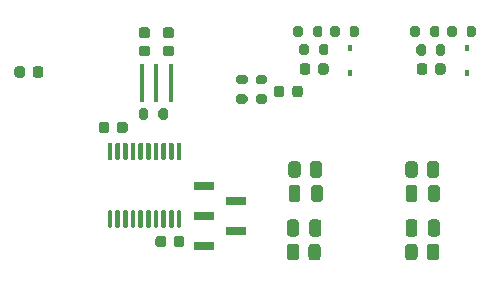
<source format=gbr>
%TF.GenerationSoftware,KiCad,Pcbnew,(5.1.10)-1*%
%TF.CreationDate,2022-01-18T17:52:15+07:00*%
%TF.ProjectId,Power_manager_v3,506f7765-725f-46d6-916e-616765725f76,rev?*%
%TF.SameCoordinates,Original*%
%TF.FileFunction,Paste,Top*%
%TF.FilePolarity,Positive*%
%FSLAX46Y46*%
G04 Gerber Fmt 4.6, Leading zero omitted, Abs format (unit mm)*
G04 Created by KiCad (PCBNEW (5.1.10)-1) date 2022-01-18 17:52:15*
%MOMM*%
%LPD*%
G01*
G04 APERTURE LIST*
%ADD10R,1.800000X0.650000*%
%ADD11R,0.400000X3.200000*%
%ADD12R,0.450000X0.600000*%
G04 APERTURE END LIST*
D10*
%TO.C,J5*%
X99238000Y-89078000D03*
X99238000Y-91618000D03*
X99238000Y-94158000D03*
X101938000Y-90348000D03*
X101938000Y-92888000D03*
%TD*%
%TO.C,C17*%
G36*
G01*
X91829000Y-84375000D02*
X91829000Y-83875000D01*
G75*
G02*
X92054000Y-83650000I225000J0D01*
G01*
X92504000Y-83650000D01*
G75*
G02*
X92729000Y-83875000I0J-225000D01*
G01*
X92729000Y-84375000D01*
G75*
G02*
X92504000Y-84600000I-225000J0D01*
G01*
X92054000Y-84600000D01*
G75*
G02*
X91829000Y-84375000I0J225000D01*
G01*
G37*
G36*
G01*
X90279000Y-84375000D02*
X90279000Y-83875000D01*
G75*
G02*
X90504000Y-83650000I225000J0D01*
G01*
X90954000Y-83650000D01*
G75*
G02*
X91179000Y-83875000I0J-225000D01*
G01*
X91179000Y-84375000D01*
G75*
G02*
X90954000Y-84600000I-225000J0D01*
G01*
X90504000Y-84600000D01*
G75*
G02*
X90279000Y-84375000I0J225000D01*
G01*
G37*
%TD*%
%TO.C,R25*%
G36*
G01*
X104339000Y-80462000D02*
X103789000Y-80462000D01*
G75*
G02*
X103589000Y-80262000I0J200000D01*
G01*
X103589000Y-79862000D01*
G75*
G02*
X103789000Y-79662000I200000J0D01*
G01*
X104339000Y-79662000D01*
G75*
G02*
X104539000Y-79862000I0J-200000D01*
G01*
X104539000Y-80262000D01*
G75*
G02*
X104339000Y-80462000I-200000J0D01*
G01*
G37*
G36*
G01*
X104339000Y-82112000D02*
X103789000Y-82112000D01*
G75*
G02*
X103589000Y-81912000I0J200000D01*
G01*
X103589000Y-81512000D01*
G75*
G02*
X103789000Y-81312000I200000J0D01*
G01*
X104339000Y-81312000D01*
G75*
G02*
X104539000Y-81512000I0J-200000D01*
G01*
X104539000Y-81912000D01*
G75*
G02*
X104339000Y-82112000I-200000J0D01*
G01*
G37*
%TD*%
%TO.C,R23*%
G36*
G01*
X102138000Y-81311000D02*
X102688000Y-81311000D01*
G75*
G02*
X102888000Y-81511000I0J-200000D01*
G01*
X102888000Y-81911000D01*
G75*
G02*
X102688000Y-82111000I-200000J0D01*
G01*
X102138000Y-82111000D01*
G75*
G02*
X101938000Y-81911000I0J200000D01*
G01*
X101938000Y-81511000D01*
G75*
G02*
X102138000Y-81311000I200000J0D01*
G01*
G37*
G36*
G01*
X102138000Y-79661000D02*
X102688000Y-79661000D01*
G75*
G02*
X102888000Y-79861000I0J-200000D01*
G01*
X102888000Y-80261000D01*
G75*
G02*
X102688000Y-80461000I-200000J0D01*
G01*
X102138000Y-80461000D01*
G75*
G02*
X101938000Y-80261000I0J200000D01*
G01*
X101938000Y-79861000D01*
G75*
G02*
X102138000Y-79661000I200000J0D01*
G01*
G37*
%TD*%
%TO.C,C15*%
G36*
G01*
X96642000Y-94027000D02*
X96642000Y-93527000D01*
G75*
G02*
X96867000Y-93302000I225000J0D01*
G01*
X97317000Y-93302000D01*
G75*
G02*
X97542000Y-93527000I0J-225000D01*
G01*
X97542000Y-94027000D01*
G75*
G02*
X97317000Y-94252000I-225000J0D01*
G01*
X96867000Y-94252000D01*
G75*
G02*
X96642000Y-94027000I0J225000D01*
G01*
G37*
G36*
G01*
X95092000Y-94027000D02*
X95092000Y-93527000D01*
G75*
G02*
X95317000Y-93302000I225000J0D01*
G01*
X95767000Y-93302000D01*
G75*
G02*
X95992000Y-93527000I0J-225000D01*
G01*
X95992000Y-94027000D01*
G75*
G02*
X95767000Y-94252000I-225000J0D01*
G01*
X95317000Y-94252000D01*
G75*
G02*
X95092000Y-94027000I0J225000D01*
G01*
G37*
%TD*%
%TO.C,C7*%
G36*
G01*
X106662000Y-81327000D02*
X106662000Y-80827000D01*
G75*
G02*
X106887000Y-80602000I225000J0D01*
G01*
X107337000Y-80602000D01*
G75*
G02*
X107562000Y-80827000I0J-225000D01*
G01*
X107562000Y-81327000D01*
G75*
G02*
X107337000Y-81552000I-225000J0D01*
G01*
X106887000Y-81552000D01*
G75*
G02*
X106662000Y-81327000I0J225000D01*
G01*
G37*
G36*
G01*
X105112000Y-81327000D02*
X105112000Y-80827000D01*
G75*
G02*
X105337000Y-80602000I225000J0D01*
G01*
X105787000Y-80602000D01*
G75*
G02*
X106012000Y-80827000I0J-225000D01*
G01*
X106012000Y-81327000D01*
G75*
G02*
X105787000Y-81552000I-225000J0D01*
G01*
X105337000Y-81552000D01*
G75*
G02*
X105112000Y-81327000I0J225000D01*
G01*
G37*
%TD*%
D11*
%TO.C,Y1*%
X93974000Y-80315000D03*
X95174000Y-80315000D03*
X96374000Y-80315000D03*
%TD*%
%TO.C,U5*%
G36*
G01*
X96987000Y-91134500D02*
X97187000Y-91134500D01*
G75*
G02*
X97287000Y-91234500I0J-100000D01*
G01*
X97287000Y-92509500D01*
G75*
G02*
X97187000Y-92609500I-100000J0D01*
G01*
X96987000Y-92609500D01*
G75*
G02*
X96887000Y-92509500I0J100000D01*
G01*
X96887000Y-91234500D01*
G75*
G02*
X96987000Y-91134500I100000J0D01*
G01*
G37*
G36*
G01*
X96337000Y-91134500D02*
X96537000Y-91134500D01*
G75*
G02*
X96637000Y-91234500I0J-100000D01*
G01*
X96637000Y-92509500D01*
G75*
G02*
X96537000Y-92609500I-100000J0D01*
G01*
X96337000Y-92609500D01*
G75*
G02*
X96237000Y-92509500I0J100000D01*
G01*
X96237000Y-91234500D01*
G75*
G02*
X96337000Y-91134500I100000J0D01*
G01*
G37*
G36*
G01*
X95687000Y-91134500D02*
X95887000Y-91134500D01*
G75*
G02*
X95987000Y-91234500I0J-100000D01*
G01*
X95987000Y-92509500D01*
G75*
G02*
X95887000Y-92609500I-100000J0D01*
G01*
X95687000Y-92609500D01*
G75*
G02*
X95587000Y-92509500I0J100000D01*
G01*
X95587000Y-91234500D01*
G75*
G02*
X95687000Y-91134500I100000J0D01*
G01*
G37*
G36*
G01*
X95037000Y-91134500D02*
X95237000Y-91134500D01*
G75*
G02*
X95337000Y-91234500I0J-100000D01*
G01*
X95337000Y-92509500D01*
G75*
G02*
X95237000Y-92609500I-100000J0D01*
G01*
X95037000Y-92609500D01*
G75*
G02*
X94937000Y-92509500I0J100000D01*
G01*
X94937000Y-91234500D01*
G75*
G02*
X95037000Y-91134500I100000J0D01*
G01*
G37*
G36*
G01*
X94387000Y-91134500D02*
X94587000Y-91134500D01*
G75*
G02*
X94687000Y-91234500I0J-100000D01*
G01*
X94687000Y-92509500D01*
G75*
G02*
X94587000Y-92609500I-100000J0D01*
G01*
X94387000Y-92609500D01*
G75*
G02*
X94287000Y-92509500I0J100000D01*
G01*
X94287000Y-91234500D01*
G75*
G02*
X94387000Y-91134500I100000J0D01*
G01*
G37*
G36*
G01*
X93737000Y-91134500D02*
X93937000Y-91134500D01*
G75*
G02*
X94037000Y-91234500I0J-100000D01*
G01*
X94037000Y-92509500D01*
G75*
G02*
X93937000Y-92609500I-100000J0D01*
G01*
X93737000Y-92609500D01*
G75*
G02*
X93637000Y-92509500I0J100000D01*
G01*
X93637000Y-91234500D01*
G75*
G02*
X93737000Y-91134500I100000J0D01*
G01*
G37*
G36*
G01*
X93087000Y-91134500D02*
X93287000Y-91134500D01*
G75*
G02*
X93387000Y-91234500I0J-100000D01*
G01*
X93387000Y-92509500D01*
G75*
G02*
X93287000Y-92609500I-100000J0D01*
G01*
X93087000Y-92609500D01*
G75*
G02*
X92987000Y-92509500I0J100000D01*
G01*
X92987000Y-91234500D01*
G75*
G02*
X93087000Y-91134500I100000J0D01*
G01*
G37*
G36*
G01*
X92437000Y-91134500D02*
X92637000Y-91134500D01*
G75*
G02*
X92737000Y-91234500I0J-100000D01*
G01*
X92737000Y-92509500D01*
G75*
G02*
X92637000Y-92609500I-100000J0D01*
G01*
X92437000Y-92609500D01*
G75*
G02*
X92337000Y-92509500I0J100000D01*
G01*
X92337000Y-91234500D01*
G75*
G02*
X92437000Y-91134500I100000J0D01*
G01*
G37*
G36*
G01*
X91787000Y-91134500D02*
X91987000Y-91134500D01*
G75*
G02*
X92087000Y-91234500I0J-100000D01*
G01*
X92087000Y-92509500D01*
G75*
G02*
X91987000Y-92609500I-100000J0D01*
G01*
X91787000Y-92609500D01*
G75*
G02*
X91687000Y-92509500I0J100000D01*
G01*
X91687000Y-91234500D01*
G75*
G02*
X91787000Y-91134500I100000J0D01*
G01*
G37*
G36*
G01*
X91137000Y-91134500D02*
X91337000Y-91134500D01*
G75*
G02*
X91437000Y-91234500I0J-100000D01*
G01*
X91437000Y-92509500D01*
G75*
G02*
X91337000Y-92609500I-100000J0D01*
G01*
X91137000Y-92609500D01*
G75*
G02*
X91037000Y-92509500I0J100000D01*
G01*
X91037000Y-91234500D01*
G75*
G02*
X91137000Y-91134500I100000J0D01*
G01*
G37*
G36*
G01*
X91137000Y-85409500D02*
X91337000Y-85409500D01*
G75*
G02*
X91437000Y-85509500I0J-100000D01*
G01*
X91437000Y-86784500D01*
G75*
G02*
X91337000Y-86884500I-100000J0D01*
G01*
X91137000Y-86884500D01*
G75*
G02*
X91037000Y-86784500I0J100000D01*
G01*
X91037000Y-85509500D01*
G75*
G02*
X91137000Y-85409500I100000J0D01*
G01*
G37*
G36*
G01*
X91787000Y-85409500D02*
X91987000Y-85409500D01*
G75*
G02*
X92087000Y-85509500I0J-100000D01*
G01*
X92087000Y-86784500D01*
G75*
G02*
X91987000Y-86884500I-100000J0D01*
G01*
X91787000Y-86884500D01*
G75*
G02*
X91687000Y-86784500I0J100000D01*
G01*
X91687000Y-85509500D01*
G75*
G02*
X91787000Y-85409500I100000J0D01*
G01*
G37*
G36*
G01*
X92437000Y-85409500D02*
X92637000Y-85409500D01*
G75*
G02*
X92737000Y-85509500I0J-100000D01*
G01*
X92737000Y-86784500D01*
G75*
G02*
X92637000Y-86884500I-100000J0D01*
G01*
X92437000Y-86884500D01*
G75*
G02*
X92337000Y-86784500I0J100000D01*
G01*
X92337000Y-85509500D01*
G75*
G02*
X92437000Y-85409500I100000J0D01*
G01*
G37*
G36*
G01*
X93087000Y-85409500D02*
X93287000Y-85409500D01*
G75*
G02*
X93387000Y-85509500I0J-100000D01*
G01*
X93387000Y-86784500D01*
G75*
G02*
X93287000Y-86884500I-100000J0D01*
G01*
X93087000Y-86884500D01*
G75*
G02*
X92987000Y-86784500I0J100000D01*
G01*
X92987000Y-85509500D01*
G75*
G02*
X93087000Y-85409500I100000J0D01*
G01*
G37*
G36*
G01*
X93737000Y-85409500D02*
X93937000Y-85409500D01*
G75*
G02*
X94037000Y-85509500I0J-100000D01*
G01*
X94037000Y-86784500D01*
G75*
G02*
X93937000Y-86884500I-100000J0D01*
G01*
X93737000Y-86884500D01*
G75*
G02*
X93637000Y-86784500I0J100000D01*
G01*
X93637000Y-85509500D01*
G75*
G02*
X93737000Y-85409500I100000J0D01*
G01*
G37*
G36*
G01*
X94387000Y-85409500D02*
X94587000Y-85409500D01*
G75*
G02*
X94687000Y-85509500I0J-100000D01*
G01*
X94687000Y-86784500D01*
G75*
G02*
X94587000Y-86884500I-100000J0D01*
G01*
X94387000Y-86884500D01*
G75*
G02*
X94287000Y-86784500I0J100000D01*
G01*
X94287000Y-85509500D01*
G75*
G02*
X94387000Y-85409500I100000J0D01*
G01*
G37*
G36*
G01*
X95037000Y-85409500D02*
X95237000Y-85409500D01*
G75*
G02*
X95337000Y-85509500I0J-100000D01*
G01*
X95337000Y-86784500D01*
G75*
G02*
X95237000Y-86884500I-100000J0D01*
G01*
X95037000Y-86884500D01*
G75*
G02*
X94937000Y-86784500I0J100000D01*
G01*
X94937000Y-85509500D01*
G75*
G02*
X95037000Y-85409500I100000J0D01*
G01*
G37*
G36*
G01*
X95687000Y-85409500D02*
X95887000Y-85409500D01*
G75*
G02*
X95987000Y-85509500I0J-100000D01*
G01*
X95987000Y-86784500D01*
G75*
G02*
X95887000Y-86884500I-100000J0D01*
G01*
X95687000Y-86884500D01*
G75*
G02*
X95587000Y-86784500I0J100000D01*
G01*
X95587000Y-85509500D01*
G75*
G02*
X95687000Y-85409500I100000J0D01*
G01*
G37*
G36*
G01*
X96337000Y-85409500D02*
X96537000Y-85409500D01*
G75*
G02*
X96637000Y-85509500I0J-100000D01*
G01*
X96637000Y-86784500D01*
G75*
G02*
X96537000Y-86884500I-100000J0D01*
G01*
X96337000Y-86884500D01*
G75*
G02*
X96237000Y-86784500I0J100000D01*
G01*
X96237000Y-85509500D01*
G75*
G02*
X96337000Y-85409500I100000J0D01*
G01*
G37*
G36*
G01*
X96987000Y-85409500D02*
X97187000Y-85409500D01*
G75*
G02*
X97287000Y-85509500I0J-100000D01*
G01*
X97287000Y-86784500D01*
G75*
G02*
X97187000Y-86884500I-100000J0D01*
G01*
X96987000Y-86884500D01*
G75*
G02*
X96887000Y-86784500I0J100000D01*
G01*
X96887000Y-85509500D01*
G75*
G02*
X96987000Y-85409500I100000J0D01*
G01*
G37*
%TD*%
%TO.C,R24*%
G36*
G01*
X95345000Y-83257000D02*
X95345000Y-82707000D01*
G75*
G02*
X95545000Y-82507000I200000J0D01*
G01*
X95945000Y-82507000D01*
G75*
G02*
X96145000Y-82707000I0J-200000D01*
G01*
X96145000Y-83257000D01*
G75*
G02*
X95945000Y-83457000I-200000J0D01*
G01*
X95545000Y-83457000D01*
G75*
G02*
X95345000Y-83257000I0J200000D01*
G01*
G37*
G36*
G01*
X93695000Y-83257000D02*
X93695000Y-82707000D01*
G75*
G02*
X93895000Y-82507000I200000J0D01*
G01*
X94295000Y-82507000D01*
G75*
G02*
X94495000Y-82707000I0J-200000D01*
G01*
X94495000Y-83257000D01*
G75*
G02*
X94295000Y-83457000I-200000J0D01*
G01*
X93895000Y-83457000D01*
G75*
G02*
X93695000Y-83257000I0J200000D01*
G01*
G37*
%TD*%
%TO.C,C5*%
G36*
G01*
X94408000Y-76548000D02*
X93908000Y-76548000D01*
G75*
G02*
X93683000Y-76323000I0J225000D01*
G01*
X93683000Y-75873000D01*
G75*
G02*
X93908000Y-75648000I225000J0D01*
G01*
X94408000Y-75648000D01*
G75*
G02*
X94633000Y-75873000I0J-225000D01*
G01*
X94633000Y-76323000D01*
G75*
G02*
X94408000Y-76548000I-225000J0D01*
G01*
G37*
G36*
G01*
X94408000Y-78098000D02*
X93908000Y-78098000D01*
G75*
G02*
X93683000Y-77873000I0J225000D01*
G01*
X93683000Y-77423000D01*
G75*
G02*
X93908000Y-77198000I225000J0D01*
G01*
X94408000Y-77198000D01*
G75*
G02*
X94633000Y-77423000I0J-225000D01*
G01*
X94633000Y-77873000D01*
G75*
G02*
X94408000Y-78098000I-225000J0D01*
G01*
G37*
%TD*%
%TO.C,C4*%
G36*
G01*
X96440000Y-76548000D02*
X95940000Y-76548000D01*
G75*
G02*
X95715000Y-76323000I0J225000D01*
G01*
X95715000Y-75873000D01*
G75*
G02*
X95940000Y-75648000I225000J0D01*
G01*
X96440000Y-75648000D01*
G75*
G02*
X96665000Y-75873000I0J-225000D01*
G01*
X96665000Y-76323000D01*
G75*
G02*
X96440000Y-76548000I-225000J0D01*
G01*
G37*
G36*
G01*
X96440000Y-78098000D02*
X95940000Y-78098000D01*
G75*
G02*
X95715000Y-77873000I0J225000D01*
G01*
X95715000Y-77423000D01*
G75*
G02*
X95940000Y-77198000I225000J0D01*
G01*
X96440000Y-77198000D01*
G75*
G02*
X96665000Y-77423000I0J-225000D01*
G01*
X96665000Y-77873000D01*
G75*
G02*
X96440000Y-78098000I-225000J0D01*
G01*
G37*
%TD*%
%TO.C,R21*%
G36*
G01*
X117276500Y-87230999D02*
X117276500Y-88131001D01*
G75*
G02*
X117026501Y-88381000I-249999J0D01*
G01*
X116501499Y-88381000D01*
G75*
G02*
X116251500Y-88131001I0J249999D01*
G01*
X116251500Y-87230999D01*
G75*
G02*
X116501499Y-86981000I249999J0D01*
G01*
X117026501Y-86981000D01*
G75*
G02*
X117276500Y-87230999I0J-249999D01*
G01*
G37*
G36*
G01*
X119101500Y-87230999D02*
X119101500Y-88131001D01*
G75*
G02*
X118851501Y-88381000I-249999J0D01*
G01*
X118326499Y-88381000D01*
G75*
G02*
X118076500Y-88131001I0J249999D01*
G01*
X118076500Y-87230999D01*
G75*
G02*
X118326499Y-86981000I249999J0D01*
G01*
X118851501Y-86981000D01*
G75*
G02*
X119101500Y-87230999I0J-249999D01*
G01*
G37*
%TD*%
%TO.C,R20*%
G36*
G01*
X119101500Y-94215999D02*
X119101500Y-95116001D01*
G75*
G02*
X118851501Y-95366000I-249999J0D01*
G01*
X118326499Y-95366000D01*
G75*
G02*
X118076500Y-95116001I0J249999D01*
G01*
X118076500Y-94215999D01*
G75*
G02*
X118326499Y-93966000I249999J0D01*
G01*
X118851501Y-93966000D01*
G75*
G02*
X119101500Y-94215999I0J-249999D01*
G01*
G37*
G36*
G01*
X117276500Y-94215999D02*
X117276500Y-95116001D01*
G75*
G02*
X117026501Y-95366000I-249999J0D01*
G01*
X116501499Y-95366000D01*
G75*
G02*
X116251500Y-95116001I0J249999D01*
G01*
X116251500Y-94215999D01*
G75*
G02*
X116501499Y-93966000I249999J0D01*
G01*
X117026501Y-93966000D01*
G75*
G02*
X117276500Y-94215999I0J-249999D01*
G01*
G37*
%TD*%
%TO.C,R19*%
G36*
G01*
X107370500Y-87230999D02*
X107370500Y-88131001D01*
G75*
G02*
X107120501Y-88381000I-249999J0D01*
G01*
X106595499Y-88381000D01*
G75*
G02*
X106345500Y-88131001I0J249999D01*
G01*
X106345500Y-87230999D01*
G75*
G02*
X106595499Y-86981000I249999J0D01*
G01*
X107120501Y-86981000D01*
G75*
G02*
X107370500Y-87230999I0J-249999D01*
G01*
G37*
G36*
G01*
X109195500Y-87230999D02*
X109195500Y-88131001D01*
G75*
G02*
X108945501Y-88381000I-249999J0D01*
G01*
X108420499Y-88381000D01*
G75*
G02*
X108170500Y-88131001I0J249999D01*
G01*
X108170500Y-87230999D01*
G75*
G02*
X108420499Y-86981000I249999J0D01*
G01*
X108945501Y-86981000D01*
G75*
G02*
X109195500Y-87230999I0J-249999D01*
G01*
G37*
%TD*%
%TO.C,R18*%
G36*
G01*
X107243500Y-94215999D02*
X107243500Y-95116001D01*
G75*
G02*
X106993501Y-95366000I-249999J0D01*
G01*
X106468499Y-95366000D01*
G75*
G02*
X106218500Y-95116001I0J249999D01*
G01*
X106218500Y-94215999D01*
G75*
G02*
X106468499Y-93966000I249999J0D01*
G01*
X106993501Y-93966000D01*
G75*
G02*
X107243500Y-94215999I0J-249999D01*
G01*
G37*
G36*
G01*
X109068500Y-94215999D02*
X109068500Y-95116001D01*
G75*
G02*
X108818501Y-95366000I-249999J0D01*
G01*
X108293499Y-95366000D01*
G75*
G02*
X108043500Y-95116001I0J249999D01*
G01*
X108043500Y-94215999D01*
G75*
G02*
X108293499Y-93966000I249999J0D01*
G01*
X108818501Y-93966000D01*
G75*
G02*
X109068500Y-94215999I0J-249999D01*
G01*
G37*
%TD*%
%TO.C,C12*%
G36*
G01*
X118164000Y-90188000D02*
X118164000Y-89238000D01*
G75*
G02*
X118414000Y-88988000I250000J0D01*
G01*
X118914000Y-88988000D01*
G75*
G02*
X119164000Y-89238000I0J-250000D01*
G01*
X119164000Y-90188000D01*
G75*
G02*
X118914000Y-90438000I-250000J0D01*
G01*
X118414000Y-90438000D01*
G75*
G02*
X118164000Y-90188000I0J250000D01*
G01*
G37*
G36*
G01*
X116264000Y-90188000D02*
X116264000Y-89238000D01*
G75*
G02*
X116514000Y-88988000I250000J0D01*
G01*
X117014000Y-88988000D01*
G75*
G02*
X117264000Y-89238000I0J-250000D01*
G01*
X117264000Y-90188000D01*
G75*
G02*
X117014000Y-90438000I-250000J0D01*
G01*
X116514000Y-90438000D01*
G75*
G02*
X116264000Y-90188000I0J250000D01*
G01*
G37*
%TD*%
%TO.C,C11*%
G36*
G01*
X117269000Y-92159000D02*
X117269000Y-93109000D01*
G75*
G02*
X117019000Y-93359000I-250000J0D01*
G01*
X116519000Y-93359000D01*
G75*
G02*
X116269000Y-93109000I0J250000D01*
G01*
X116269000Y-92159000D01*
G75*
G02*
X116519000Y-91909000I250000J0D01*
G01*
X117019000Y-91909000D01*
G75*
G02*
X117269000Y-92159000I0J-250000D01*
G01*
G37*
G36*
G01*
X119169000Y-92159000D02*
X119169000Y-93109000D01*
G75*
G02*
X118919000Y-93359000I-250000J0D01*
G01*
X118419000Y-93359000D01*
G75*
G02*
X118169000Y-93109000I0J250000D01*
G01*
X118169000Y-92159000D01*
G75*
G02*
X118419000Y-91909000I250000J0D01*
G01*
X118919000Y-91909000D01*
G75*
G02*
X119169000Y-92159000I0J-250000D01*
G01*
G37*
%TD*%
%TO.C,C10*%
G36*
G01*
X108263000Y-90188000D02*
X108263000Y-89238000D01*
G75*
G02*
X108513000Y-88988000I250000J0D01*
G01*
X109013000Y-88988000D01*
G75*
G02*
X109263000Y-89238000I0J-250000D01*
G01*
X109263000Y-90188000D01*
G75*
G02*
X109013000Y-90438000I-250000J0D01*
G01*
X108513000Y-90438000D01*
G75*
G02*
X108263000Y-90188000I0J250000D01*
G01*
G37*
G36*
G01*
X106363000Y-90188000D02*
X106363000Y-89238000D01*
G75*
G02*
X106613000Y-88988000I250000J0D01*
G01*
X107113000Y-88988000D01*
G75*
G02*
X107363000Y-89238000I0J-250000D01*
G01*
X107363000Y-90188000D01*
G75*
G02*
X107113000Y-90438000I-250000J0D01*
G01*
X106613000Y-90438000D01*
G75*
G02*
X106363000Y-90188000I0J250000D01*
G01*
G37*
%TD*%
%TO.C,C9*%
G36*
G01*
X107231000Y-92159000D02*
X107231000Y-93109000D01*
G75*
G02*
X106981000Y-93359000I-250000J0D01*
G01*
X106481000Y-93359000D01*
G75*
G02*
X106231000Y-93109000I0J250000D01*
G01*
X106231000Y-92159000D01*
G75*
G02*
X106481000Y-91909000I250000J0D01*
G01*
X106981000Y-91909000D01*
G75*
G02*
X107231000Y-92159000I0J-250000D01*
G01*
G37*
G36*
G01*
X109131000Y-92159000D02*
X109131000Y-93109000D01*
G75*
G02*
X108881000Y-93359000I-250000J0D01*
G01*
X108381000Y-93359000D01*
G75*
G02*
X108131000Y-93109000I0J250000D01*
G01*
X108131000Y-92159000D01*
G75*
G02*
X108381000Y-91909000I250000J0D01*
G01*
X108881000Y-91909000D01*
G75*
G02*
X109131000Y-92159000I0J-250000D01*
G01*
G37*
%TD*%
%TO.C,R9*%
G36*
G01*
X117989500Y-77284100D02*
X117989500Y-77834100D01*
G75*
G02*
X117789500Y-78034100I-200000J0D01*
G01*
X117389500Y-78034100D01*
G75*
G02*
X117189500Y-77834100I0J200000D01*
G01*
X117189500Y-77284100D01*
G75*
G02*
X117389500Y-77084100I200000J0D01*
G01*
X117789500Y-77084100D01*
G75*
G02*
X117989500Y-77284100I0J-200000D01*
G01*
G37*
G36*
G01*
X119639500Y-77284100D02*
X119639500Y-77834100D01*
G75*
G02*
X119439500Y-78034100I-200000J0D01*
G01*
X119039500Y-78034100D01*
G75*
G02*
X118839500Y-77834100I0J200000D01*
G01*
X118839500Y-77284100D01*
G75*
G02*
X119039500Y-77084100I200000J0D01*
G01*
X119439500Y-77084100D01*
G75*
G02*
X119639500Y-77284100I0J-200000D01*
G01*
G37*
%TD*%
%TO.C,R8*%
G36*
G01*
X121443000Y-76272000D02*
X121443000Y-75722000D01*
G75*
G02*
X121643000Y-75522000I200000J0D01*
G01*
X122043000Y-75522000D01*
G75*
G02*
X122243000Y-75722000I0J-200000D01*
G01*
X122243000Y-76272000D01*
G75*
G02*
X122043000Y-76472000I-200000J0D01*
G01*
X121643000Y-76472000D01*
G75*
G02*
X121443000Y-76272000I0J200000D01*
G01*
G37*
G36*
G01*
X119793000Y-76272000D02*
X119793000Y-75722000D01*
G75*
G02*
X119993000Y-75522000I200000J0D01*
G01*
X120393000Y-75522000D01*
G75*
G02*
X120593000Y-75722000I0J-200000D01*
G01*
X120593000Y-76272000D01*
G75*
G02*
X120393000Y-76472000I-200000J0D01*
G01*
X119993000Y-76472000D01*
G75*
G02*
X119793000Y-76272000I0J200000D01*
G01*
G37*
%TD*%
%TO.C,R6*%
G36*
G01*
X108083500Y-77246000D02*
X108083500Y-77796000D01*
G75*
G02*
X107883500Y-77996000I-200000J0D01*
G01*
X107483500Y-77996000D01*
G75*
G02*
X107283500Y-77796000I0J200000D01*
G01*
X107283500Y-77246000D01*
G75*
G02*
X107483500Y-77046000I200000J0D01*
G01*
X107883500Y-77046000D01*
G75*
G02*
X108083500Y-77246000I0J-200000D01*
G01*
G37*
G36*
G01*
X109733500Y-77246000D02*
X109733500Y-77796000D01*
G75*
G02*
X109533500Y-77996000I-200000J0D01*
G01*
X109133500Y-77996000D01*
G75*
G02*
X108933500Y-77796000I0J200000D01*
G01*
X108933500Y-77246000D01*
G75*
G02*
X109133500Y-77046000I200000J0D01*
G01*
X109533500Y-77046000D01*
G75*
G02*
X109733500Y-77246000I0J-200000D01*
G01*
G37*
%TD*%
%TO.C,R5*%
G36*
G01*
X111537000Y-76272000D02*
X111537000Y-75722000D01*
G75*
G02*
X111737000Y-75522000I200000J0D01*
G01*
X112137000Y-75522000D01*
G75*
G02*
X112337000Y-75722000I0J-200000D01*
G01*
X112337000Y-76272000D01*
G75*
G02*
X112137000Y-76472000I-200000J0D01*
G01*
X111737000Y-76472000D01*
G75*
G02*
X111537000Y-76272000I0J200000D01*
G01*
G37*
G36*
G01*
X109887000Y-76272000D02*
X109887000Y-75722000D01*
G75*
G02*
X110087000Y-75522000I200000J0D01*
G01*
X110487000Y-75522000D01*
G75*
G02*
X110687000Y-75722000I0J-200000D01*
G01*
X110687000Y-76272000D01*
G75*
G02*
X110487000Y-76472000I-200000J0D01*
G01*
X110087000Y-76472000D01*
G75*
G02*
X109887000Y-76272000I0J200000D01*
G01*
G37*
%TD*%
%TO.C,R2*%
G36*
G01*
X117481500Y-75722000D02*
X117481500Y-76272000D01*
G75*
G02*
X117281500Y-76472000I-200000J0D01*
G01*
X116881500Y-76472000D01*
G75*
G02*
X116681500Y-76272000I0J200000D01*
G01*
X116681500Y-75722000D01*
G75*
G02*
X116881500Y-75522000I200000J0D01*
G01*
X117281500Y-75522000D01*
G75*
G02*
X117481500Y-75722000I0J-200000D01*
G01*
G37*
G36*
G01*
X119131500Y-75722000D02*
X119131500Y-76272000D01*
G75*
G02*
X118931500Y-76472000I-200000J0D01*
G01*
X118531500Y-76472000D01*
G75*
G02*
X118331500Y-76272000I0J200000D01*
G01*
X118331500Y-75722000D01*
G75*
G02*
X118531500Y-75522000I200000J0D01*
G01*
X118931500Y-75522000D01*
G75*
G02*
X119131500Y-75722000I0J-200000D01*
G01*
G37*
%TD*%
%TO.C,R1*%
G36*
G01*
X107575500Y-75722000D02*
X107575500Y-76272000D01*
G75*
G02*
X107375500Y-76472000I-200000J0D01*
G01*
X106975500Y-76472000D01*
G75*
G02*
X106775500Y-76272000I0J200000D01*
G01*
X106775500Y-75722000D01*
G75*
G02*
X106975500Y-75522000I200000J0D01*
G01*
X107375500Y-75522000D01*
G75*
G02*
X107575500Y-75722000I0J-200000D01*
G01*
G37*
G36*
G01*
X109225500Y-75722000D02*
X109225500Y-76272000D01*
G75*
G02*
X109025500Y-76472000I-200000J0D01*
G01*
X108625500Y-76472000D01*
G75*
G02*
X108425500Y-76272000I0J200000D01*
G01*
X108425500Y-75722000D01*
G75*
G02*
X108625500Y-75522000I200000J0D01*
G01*
X109025500Y-75522000D01*
G75*
G02*
X109225500Y-75722000I0J-200000D01*
G01*
G37*
%TD*%
D12*
%TO.C,D4*%
X121463000Y-77394000D03*
X121463000Y-79494000D03*
%TD*%
%TO.C,D3*%
X111557000Y-77394000D03*
X111557000Y-79494000D03*
%TD*%
%TO.C,C2*%
G36*
G01*
X118753000Y-79422000D02*
X118753000Y-78922000D01*
G75*
G02*
X118978000Y-78697000I225000J0D01*
G01*
X119428000Y-78697000D01*
G75*
G02*
X119653000Y-78922000I0J-225000D01*
G01*
X119653000Y-79422000D01*
G75*
G02*
X119428000Y-79647000I-225000J0D01*
G01*
X118978000Y-79647000D01*
G75*
G02*
X118753000Y-79422000I0J225000D01*
G01*
G37*
G36*
G01*
X117203000Y-79422000D02*
X117203000Y-78922000D01*
G75*
G02*
X117428000Y-78697000I225000J0D01*
G01*
X117878000Y-78697000D01*
G75*
G02*
X118103000Y-78922000I0J-225000D01*
G01*
X118103000Y-79422000D01*
G75*
G02*
X117878000Y-79647000I-225000J0D01*
G01*
X117428000Y-79647000D01*
G75*
G02*
X117203000Y-79422000I0J225000D01*
G01*
G37*
%TD*%
%TO.C,C1*%
G36*
G01*
X108847000Y-79422000D02*
X108847000Y-78922000D01*
G75*
G02*
X109072000Y-78697000I225000J0D01*
G01*
X109522000Y-78697000D01*
G75*
G02*
X109747000Y-78922000I0J-225000D01*
G01*
X109747000Y-79422000D01*
G75*
G02*
X109522000Y-79647000I-225000J0D01*
G01*
X109072000Y-79647000D01*
G75*
G02*
X108847000Y-79422000I0J225000D01*
G01*
G37*
G36*
G01*
X107297000Y-79422000D02*
X107297000Y-78922000D01*
G75*
G02*
X107522000Y-78697000I225000J0D01*
G01*
X107972000Y-78697000D01*
G75*
G02*
X108197000Y-78922000I0J-225000D01*
G01*
X108197000Y-79422000D01*
G75*
G02*
X107972000Y-79647000I-225000J0D01*
G01*
X107522000Y-79647000D01*
G75*
G02*
X107297000Y-79422000I0J225000D01*
G01*
G37*
%TD*%
%TO.C,C3*%
G36*
G01*
X84041000Y-79176000D02*
X84041000Y-79676000D01*
G75*
G02*
X83816000Y-79901000I-225000J0D01*
G01*
X83366000Y-79901000D01*
G75*
G02*
X83141000Y-79676000I0J225000D01*
G01*
X83141000Y-79176000D01*
G75*
G02*
X83366000Y-78951000I225000J0D01*
G01*
X83816000Y-78951000D01*
G75*
G02*
X84041000Y-79176000I0J-225000D01*
G01*
G37*
G36*
G01*
X85591000Y-79176000D02*
X85591000Y-79676000D01*
G75*
G02*
X85366000Y-79901000I-225000J0D01*
G01*
X84916000Y-79901000D01*
G75*
G02*
X84691000Y-79676000I0J225000D01*
G01*
X84691000Y-79176000D01*
G75*
G02*
X84916000Y-78951000I225000J0D01*
G01*
X85366000Y-78951000D01*
G75*
G02*
X85591000Y-79176000I0J-225000D01*
G01*
G37*
%TD*%
M02*

</source>
